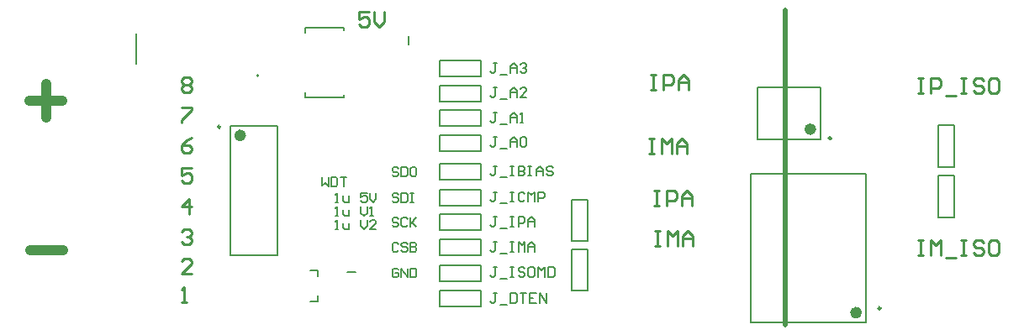
<source format=gto>
G04*
G04 #@! TF.GenerationSoftware,Altium Limited,Altium Designer,19.0.14 (431)*
G04*
G04 Layer_Color=65535*
%FSLAX25Y25*%
%MOIN*%
G70*
G01*
G75*
%ADD10C,0.00984*%
%ADD11C,0.02362*%
%ADD12C,0.00787*%
%ADD13C,0.01968*%
%ADD14C,0.00591*%
%ADD15C,0.00600*%
%ADD16C,0.03937*%
%ADD17C,0.01000*%
D10*
X383957Y47412D02*
G03*
X383957Y47412I-492J0D01*
G01*
X364370Y114882D02*
G03*
X364370Y114882I-492J0D01*
G01*
X122228Y119453D02*
G03*
X122228Y119453I-492J0D01*
G01*
D11*
X375394Y45680D02*
G03*
X375394Y45680I-1181J0D01*
G01*
X357283Y118504D02*
G03*
X357283Y118504I-1181J0D01*
G01*
X131185Y116008D02*
G03*
X131185Y116008I-1181J0D01*
G01*
D12*
X137402Y139764D02*
G03*
X137402Y139764I-394J0D01*
G01*
X261417Y74016D02*
X267717D01*
Y90551D01*
X261417D02*
X267717D01*
X261417Y74016D02*
Y90551D01*
Y54331D02*
X267717D01*
Y70866D01*
X261417D02*
X267717D01*
X261417Y54331D02*
Y70866D01*
X378150Y41743D02*
Y100798D01*
X332480Y41743D02*
Y100798D01*
Y41743D02*
X378150D01*
X332480Y100798D02*
X378150D01*
X406693Y103543D02*
X412992D01*
Y120079D01*
X406693D02*
X412992D01*
X406693Y103543D02*
Y120079D01*
Y83465D02*
X412992D01*
Y100000D01*
X406693D02*
X412992D01*
X406693Y83465D02*
Y100000D01*
X209055Y58268D02*
Y64567D01*
Y58268D02*
X225590D01*
Y64567D01*
X209055D02*
X225590D01*
X209055Y48031D02*
Y54331D01*
Y48031D02*
X225590D01*
Y54331D01*
X209055D02*
X225590D01*
X209055Y78347D02*
Y84646D01*
Y78347D02*
X225590D01*
Y84646D01*
X209055D02*
X225590D01*
X209055Y68370D02*
Y74669D01*
Y68370D02*
X225590D01*
Y74669D01*
X209055D02*
X225590D01*
X209055Y88189D02*
Y94488D01*
Y88189D02*
X225590D01*
Y94488D01*
X209055D02*
X225590D01*
X209055Y98425D02*
Y104724D01*
Y98425D02*
X225590D01*
Y104724D01*
X209055D02*
X225590D01*
Y139370D02*
Y145669D01*
X209055D02*
X225590D01*
X209055Y139370D02*
Y145669D01*
Y139370D02*
X225590D01*
Y129528D02*
Y135827D01*
X209055D02*
X225590D01*
X209055Y129528D02*
Y135827D01*
Y129528D02*
X225590D01*
Y119685D02*
Y125984D01*
X209055D02*
X225590D01*
X209055Y119685D02*
Y125984D01*
Y119685D02*
X225590D01*
Y109843D02*
Y116142D01*
X209055D02*
X225590D01*
X209055Y109843D02*
Y116142D01*
Y109843D02*
X225590D01*
X335236Y135039D02*
X360039D01*
X335236Y114567D02*
X360039D01*
X335236D02*
Y135039D01*
X360039Y114567D02*
Y135039D01*
X126067Y68370D02*
Y119945D01*
X144965Y68370D02*
Y119945D01*
X126067D02*
X144965D01*
X126067Y68370D02*
X144965D01*
X231810Y63706D02*
X230499D01*
X231154D01*
Y60426D01*
X230499Y59770D01*
X229843D01*
X229187Y60426D01*
X233122Y59114D02*
X235746D01*
X237058Y63706D02*
X238370D01*
X237714D01*
Y59770D01*
X237058D01*
X238370D01*
X242962Y63050D02*
X242306Y63706D01*
X240994D01*
X240338Y63050D01*
Y62394D01*
X240994Y61738D01*
X242306D01*
X242962Y61082D01*
Y60426D01*
X242306Y59770D01*
X240994D01*
X240338Y60426D01*
X246241Y63706D02*
X244930D01*
X244274Y63050D01*
Y60426D01*
X244930Y59770D01*
X246241D01*
X246897Y60426D01*
Y63050D01*
X246241Y63706D01*
X248209Y59770D02*
Y63706D01*
X249521Y62394D01*
X250833Y63706D01*
Y59770D01*
X252145Y63706D02*
Y59770D01*
X254113D01*
X254769Y60426D01*
Y63050D01*
X254113Y63706D01*
X252145D01*
X231810Y83806D02*
X230499D01*
X231154D01*
Y80526D01*
X230499Y79870D01*
X229843D01*
X229187Y80526D01*
X233122Y79214D02*
X235746D01*
X237058Y83806D02*
X238370D01*
X237714D01*
Y79870D01*
X237058D01*
X238370D01*
X240338D02*
Y83806D01*
X242306D01*
X242962Y83150D01*
Y81838D01*
X242306Y81182D01*
X240338D01*
X244274Y79870D02*
Y82494D01*
X245585Y83806D01*
X246897Y82494D01*
Y79870D01*
Y81838D01*
X244274D01*
X231810Y73806D02*
X230499D01*
X231154D01*
Y70526D01*
X230499Y69870D01*
X229843D01*
X229187Y70526D01*
X233122Y69214D02*
X235746D01*
X237058Y73806D02*
X238370D01*
X237714D01*
Y69870D01*
X237058D01*
X238370D01*
X240338D02*
Y73806D01*
X241650Y72494D01*
X242962Y73806D01*
Y69870D01*
X244274D02*
Y72494D01*
X245585Y73806D01*
X246897Y72494D01*
Y69870D01*
Y71838D01*
X244274D01*
X231810Y93606D02*
X230499D01*
X231154D01*
Y90326D01*
X230499Y89670D01*
X229843D01*
X229187Y90326D01*
X233122Y89014D02*
X235746D01*
X237058Y93606D02*
X238370D01*
X237714D01*
Y89670D01*
X237058D01*
X238370D01*
X242962Y92950D02*
X242306Y93606D01*
X240994D01*
X240338Y92950D01*
Y90326D01*
X240994Y89670D01*
X242306D01*
X242962Y90326D01*
X244274Y89670D02*
Y93606D01*
X245585Y92294D01*
X246897Y93606D01*
Y89670D01*
X248209D02*
Y93606D01*
X250177D01*
X250833Y92950D01*
Y91638D01*
X250177Y90982D01*
X248209D01*
X231810Y103906D02*
X230499D01*
X231154D01*
Y100626D01*
X230499Y99970D01*
X229843D01*
X229187Y100626D01*
X233122Y99314D02*
X235746D01*
X237058Y103906D02*
X238370D01*
X237714D01*
Y99970D01*
X237058D01*
X238370D01*
X240338Y103906D02*
Y99970D01*
X242306D01*
X242962Y100626D01*
Y101282D01*
X242306Y101938D01*
X240338D01*
X242306D01*
X242962Y102594D01*
Y103250D01*
X242306Y103906D01*
X240338D01*
X244274D02*
X245585D01*
X244930D01*
Y99970D01*
X244274D01*
X245585D01*
X247553D02*
Y102594D01*
X248865Y103906D01*
X250177Y102594D01*
Y99970D01*
Y101938D01*
X247553D01*
X254113Y103250D02*
X253457Y103906D01*
X252145D01*
X251489Y103250D01*
Y102594D01*
X252145Y101938D01*
X253457D01*
X254113Y101282D01*
Y100626D01*
X253457Y99970D01*
X252145D01*
X251489Y100626D01*
X231810Y53506D02*
X230499D01*
X231154D01*
Y50226D01*
X230499Y49570D01*
X229843D01*
X229187Y50226D01*
X233122Y48914D02*
X235746D01*
X237058Y53506D02*
Y49570D01*
X239026D01*
X239682Y50226D01*
Y52850D01*
X239026Y53506D01*
X237058D01*
X240994D02*
X243618D01*
X242306D01*
Y49570D01*
X247553Y53506D02*
X244930D01*
Y49570D01*
X247553D01*
X244930Y51538D02*
X246241D01*
X248865Y49570D02*
Y53506D01*
X251489Y49570D01*
Y53506D01*
X231810Y144806D02*
X230499D01*
X231154D01*
Y141526D01*
X230499Y140870D01*
X229843D01*
X229187Y141526D01*
X233122Y140214D02*
X235746D01*
X237058Y140870D02*
Y143494D01*
X238370Y144806D01*
X239682Y143494D01*
Y140870D01*
Y142838D01*
X237058D01*
X240994Y144150D02*
X241650Y144806D01*
X242962D01*
X243618Y144150D01*
Y143494D01*
X242962Y142838D01*
X242306D01*
X242962D01*
X243618Y142182D01*
Y141526D01*
X242962Y140870D01*
X241650D01*
X240994Y141526D01*
X231810Y135006D02*
X230499D01*
X231154D01*
Y131726D01*
X230499Y131070D01*
X229843D01*
X229187Y131726D01*
X233122Y130414D02*
X235746D01*
X237058Y131070D02*
Y133694D01*
X238370Y135006D01*
X239682Y133694D01*
Y131070D01*
Y133038D01*
X237058D01*
X243618Y131070D02*
X240994D01*
X243618Y133694D01*
Y134350D01*
X242962Y135006D01*
X241650D01*
X240994Y134350D01*
X231810Y125106D02*
X230499D01*
X231154D01*
Y121826D01*
X230499Y121170D01*
X229843D01*
X229187Y121826D01*
X233122Y120514D02*
X235746D01*
X237058Y121170D02*
Y123794D01*
X238370Y125106D01*
X239682Y123794D01*
Y121170D01*
Y123138D01*
X237058D01*
X240994Y121170D02*
X242306D01*
X241650D01*
Y125106D01*
X240994Y124450D01*
X231810Y115306D02*
X230499D01*
X231154D01*
Y112026D01*
X230499Y111370D01*
X229843D01*
X229187Y112026D01*
X233122Y110714D02*
X235746D01*
X237058Y111370D02*
Y113994D01*
X238370Y115306D01*
X239682Y113994D01*
Y111370D01*
Y113338D01*
X237058D01*
X240994Y114650D02*
X241650Y115306D01*
X242962D01*
X243618Y114650D01*
Y112026D01*
X242962Y111370D01*
X241650D01*
X240994Y112026D01*
Y114650D01*
D13*
X346063Y165748D02*
X346063Y40945D01*
D14*
X172516Y61799D02*
X175665D01*
X196839Y152287D02*
Y155437D01*
X88976Y144488D02*
Y156299D01*
X157874Y50197D02*
X160689D01*
Y52362D01*
Y60236D02*
Y62402D01*
X157874D02*
X160689D01*
X155709Y131102D02*
Y133071D01*
Y131102D02*
X171063D01*
Y132087D01*
X155709Y156693D02*
Y158661D01*
X171063D01*
Y157677D02*
Y158661D01*
D15*
X192763Y82733D02*
X192163Y83333D01*
X190964D01*
X190364Y82733D01*
Y82133D01*
X190964Y81533D01*
X192163D01*
X192763Y80933D01*
Y80334D01*
X192163Y79734D01*
X190964D01*
X190364Y80334D01*
X196362Y82733D02*
X195762Y83333D01*
X194562D01*
X193963Y82733D01*
Y80334D01*
X194562Y79734D01*
X195762D01*
X196362Y80334D01*
X197561Y83333D02*
Y79734D01*
Y80933D01*
X199961Y83333D01*
X198161Y81533D01*
X199961Y79734D01*
X192763Y102812D02*
X192163Y103411D01*
X190964D01*
X190364Y102812D01*
Y102212D01*
X190964Y101612D01*
X192163D01*
X192763Y101012D01*
Y100412D01*
X192163Y99813D01*
X190964D01*
X190364Y100412D01*
X193963Y103411D02*
Y99813D01*
X195762D01*
X196362Y100412D01*
Y102812D01*
X195762Y103411D01*
X193963D01*
X199361D02*
X198161D01*
X197561Y102812D01*
Y100412D01*
X198161Y99813D01*
X199361D01*
X199961Y100412D01*
Y102812D01*
X199361Y103411D01*
X192763Y92575D02*
X192163Y93175D01*
X190964D01*
X190364Y92575D01*
Y91976D01*
X190964Y91376D01*
X192163D01*
X192763Y90776D01*
Y90176D01*
X192163Y89576D01*
X190964D01*
X190364Y90176D01*
X193963Y93175D02*
Y89576D01*
X195762D01*
X196362Y90176D01*
Y92575D01*
X195762Y93175D01*
X193963D01*
X197561D02*
X198761D01*
X198161D01*
Y89576D01*
X197561D01*
X198761D01*
X192763Y72890D02*
X192163Y73490D01*
X190964D01*
X190364Y72890D01*
Y70491D01*
X190964Y69891D01*
X192163D01*
X192763Y70491D01*
X196362Y72890D02*
X195762Y73490D01*
X194562D01*
X193963Y72890D01*
Y72291D01*
X194562Y71691D01*
X195762D01*
X196362Y71091D01*
Y70491D01*
X195762Y69891D01*
X194562D01*
X193963Y70491D01*
X197561Y73490D02*
Y69891D01*
X199361D01*
X199961Y70491D01*
Y71091D01*
X199361Y71691D01*
X197561D01*
X199361D01*
X199961Y72291D01*
Y72890D01*
X199361Y73490D01*
X197561D01*
X192763Y62654D02*
X192163Y63254D01*
X190964D01*
X190364Y62654D01*
Y60255D01*
X190964Y59655D01*
X192163D01*
X192763Y60255D01*
Y61454D01*
X191563D01*
X193963Y59655D02*
Y63254D01*
X196362Y59655D01*
Y63254D01*
X197561D02*
Y59655D01*
X199361D01*
X199961Y60255D01*
Y62654D01*
X199361Y63254D01*
X197561D01*
X162633Y99563D02*
X162598Y95965D01*
X163809Y97153D01*
X164997Y95942D01*
X165032Y99540D01*
X166231Y99529D02*
X166197Y95930D01*
X167997Y95913D01*
X168602Y96507D01*
X168625Y98906D01*
X168031Y99512D01*
X166231Y99529D01*
X169830Y99495D02*
X172229Y99472D01*
X171029Y99484D01*
X170995Y95885D01*
X167770Y89570D02*
X168970D01*
X168370D01*
Y93169D01*
X167770Y92569D01*
X170769Y91969D02*
Y90170D01*
X171369Y89570D01*
X173168D01*
Y91969D01*
X180366Y93169D02*
X177967D01*
Y91369D01*
X179166Y91969D01*
X179766D01*
X180366Y91369D01*
Y90170D01*
X179766Y89570D01*
X178567D01*
X177967Y90170D01*
X181566Y93169D02*
Y90770D01*
X182765Y89570D01*
X183965Y90770D01*
Y93169D01*
X167770Y78870D02*
X168970D01*
X168370D01*
Y82469D01*
X167770Y81869D01*
X170769Y81269D02*
Y79470D01*
X171369Y78870D01*
X173168D01*
Y81269D01*
X177967Y82469D02*
Y80070D01*
X179166Y78870D01*
X180366Y80070D01*
Y82469D01*
X183965Y78870D02*
X181566D01*
X183965Y81269D01*
Y81869D01*
X183365Y82469D01*
X182165D01*
X181566Y81869D01*
X167770Y84070D02*
X168970D01*
X168370D01*
Y87669D01*
X167770Y87069D01*
X170769Y86469D02*
Y84670D01*
X171369Y84070D01*
X173168D01*
Y86469D01*
X177967Y87669D02*
Y85270D01*
X179166Y84070D01*
X180366Y85270D01*
Y87669D01*
X181566Y84070D02*
X182765D01*
X182165D01*
Y87669D01*
X181566Y87069D01*
D16*
X46850Y70469D02*
X59970D01*
X46457Y129788D02*
X59576D01*
X53016Y136347D02*
Y123228D01*
D17*
X398819Y74502D02*
X400818D01*
X399819D01*
Y68504D01*
X398819D01*
X400818D01*
X403817D02*
Y74502D01*
X405817Y72503D01*
X407816Y74502D01*
Y68504D01*
X409815Y67504D02*
X413814D01*
X415813Y74502D02*
X417813D01*
X416813D01*
Y68504D01*
X415813D01*
X417813D01*
X424811Y73502D02*
X423811Y74502D01*
X421811D01*
X420812Y73502D01*
Y72503D01*
X421811Y71503D01*
X423811D01*
X424811Y70503D01*
Y69504D01*
X423811Y68504D01*
X421811D01*
X420812Y69504D01*
X429809Y74502D02*
X427809D01*
X426810Y73502D01*
Y69504D01*
X427809Y68504D01*
X429809D01*
X430809Y69504D01*
Y73502D01*
X429809Y74502D01*
X398819Y138675D02*
X400818D01*
X399819D01*
Y132677D01*
X398819D01*
X400818D01*
X403817D02*
Y138675D01*
X406816D01*
X407816Y137675D01*
Y135676D01*
X406816Y134677D01*
X403817D01*
X409815Y131677D02*
X413814D01*
X415813Y138675D02*
X417813D01*
X416813D01*
Y132677D01*
X415813D01*
X417813D01*
X424811Y137675D02*
X423811Y138675D01*
X421811D01*
X420812Y137675D01*
Y136676D01*
X421811Y135676D01*
X423811D01*
X424811Y134677D01*
Y133677D01*
X423811Y132677D01*
X421811D01*
X420812Y133677D01*
X429809Y138675D02*
X427809D01*
X426810Y137675D01*
Y133677D01*
X427809Y132677D01*
X429809D01*
X430809Y133677D01*
Y137675D01*
X429809Y138675D01*
X294570Y78168D02*
X296569D01*
X295570D01*
Y72170D01*
X294570D01*
X296569D01*
X299569D02*
Y78168D01*
X301568Y76169D01*
X303567Y78168D01*
Y72170D01*
X305567D02*
Y76169D01*
X307566Y78168D01*
X309565Y76169D01*
Y72170D01*
Y75169D01*
X305567D01*
X294170Y93968D02*
X296169D01*
X295170D01*
Y87970D01*
X294170D01*
X296169D01*
X299168D02*
Y93968D01*
X302168D01*
X303167Y92968D01*
Y90969D01*
X302168Y89969D01*
X299168D01*
X305167Y87970D02*
Y91969D01*
X307166Y93968D01*
X309165Y91969D01*
Y87970D01*
Y90969D01*
X305167D01*
X292126Y114660D02*
X294125D01*
X293126D01*
Y108661D01*
X292126D01*
X294125D01*
X297124D02*
Y114660D01*
X299124Y112660D01*
X301123Y114660D01*
Y108661D01*
X303122D02*
Y112660D01*
X305122Y114660D01*
X307121Y112660D01*
Y108661D01*
Y111660D01*
X303122D01*
X292913Y140250D02*
X294913D01*
X293913D01*
Y134252D01*
X292913D01*
X294913D01*
X297912D02*
Y140250D01*
X300911D01*
X301910Y139250D01*
Y137251D01*
X300911Y136251D01*
X297912D01*
X303910Y134252D02*
Y138251D01*
X305909Y140250D01*
X307909Y138251D01*
Y134252D01*
Y137251D01*
X303910D01*
X110701Y115278D02*
X108702Y114278D01*
X106702Y112278D01*
Y110279D01*
X107702Y109280D01*
X109701D01*
X110701Y110279D01*
Y111279D01*
X109701Y112278D01*
X106702D01*
X181269Y165268D02*
X177270D01*
Y162269D01*
X179269Y163269D01*
X180269D01*
X181269Y162269D01*
Y160270D01*
X180269Y159270D01*
X178270D01*
X177270Y160270D01*
X183268Y165268D02*
Y161269D01*
X185267Y159270D01*
X187267Y161269D01*
Y165268D01*
X106702Y138278D02*
X107702Y139278D01*
X109701D01*
X110701Y138278D01*
Y137278D01*
X109701Y136278D01*
X110701Y135279D01*
Y134279D01*
X109701Y133280D01*
X107702D01*
X106702Y134279D01*
Y135279D01*
X107702Y136278D01*
X106702Y137278D01*
Y138278D01*
X107702Y136278D02*
X109701D01*
X106702Y127178D02*
X110701D01*
Y126178D01*
X106702Y122179D01*
Y121179D01*
X110701Y103078D02*
X106702D01*
Y100078D01*
X108702Y101078D01*
X109701D01*
X110701Y100078D01*
Y98079D01*
X109701Y97079D01*
X107702D01*
X106702Y98079D01*
X109701Y84780D02*
Y90778D01*
X106702Y87779D01*
X110701D01*
X106702Y77778D02*
X107702Y78778D01*
X109701D01*
X110701Y77778D01*
Y76778D01*
X109701Y75779D01*
X108702D01*
X109701D01*
X110701Y74779D01*
Y73779D01*
X109701Y72780D01*
X107702D01*
X106702Y73779D01*
X110701Y61180D02*
X106702D01*
X110701Y65178D01*
Y66178D01*
X109701Y67178D01*
X107702D01*
X106702Y66178D01*
X106757Y49692D02*
X108756D01*
X107756D01*
Y55690D01*
X106757Y54690D01*
M02*

</source>
